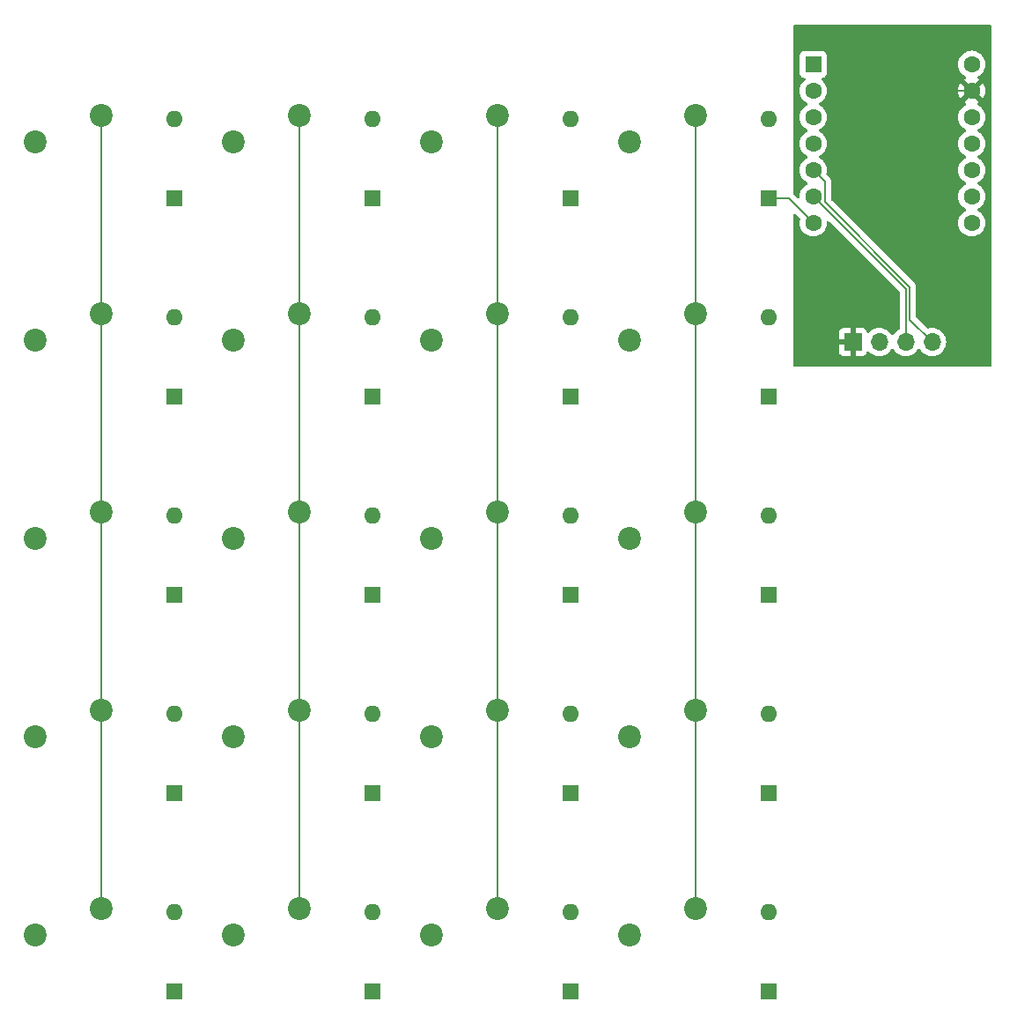
<source format=gbr>
%TF.GenerationSoftware,KiCad,Pcbnew,8.0.5*%
%TF.CreationDate,2024-10-04T21:57:20-05:00*%
%TF.ProjectId,HackPad_Neko,4861636b-5061-4645-9f4e-656b6f2e6b69,rev?*%
%TF.SameCoordinates,Original*%
%TF.FileFunction,Copper,L2,Bot*%
%TF.FilePolarity,Positive*%
%FSLAX46Y46*%
G04 Gerber Fmt 4.6, Leading zero omitted, Abs format (unit mm)*
G04 Created by KiCad (PCBNEW 8.0.5) date 2024-10-04 21:57:20*
%MOMM*%
%LPD*%
G01*
G04 APERTURE LIST*
%TA.AperFunction,ComponentPad*%
%ADD10C,2.200000*%
%TD*%
%TA.AperFunction,ComponentPad*%
%ADD11R,1.700000X1.700000*%
%TD*%
%TA.AperFunction,ComponentPad*%
%ADD12O,1.700000X1.700000*%
%TD*%
%TA.AperFunction,ComponentPad*%
%ADD13R,1.600000X1.600000*%
%TD*%
%TA.AperFunction,ComponentPad*%
%ADD14C,1.600000*%
%TD*%
%TA.AperFunction,ComponentPad*%
%ADD15O,1.600000X1.600000*%
%TD*%
%TA.AperFunction,ViaPad*%
%ADD16C,0.600000*%
%TD*%
%TA.AperFunction,Conductor*%
%ADD17C,0.200000*%
%TD*%
G04 APERTURE END LIST*
D10*
%TO.P,MX15,1,1*%
%TO.N,C2*%
X159702500Y-118745000D03*
%TO.P,MX15,2,2*%
%TO.N,Net-(D15-A)*%
X153352500Y-121285000D03*
%TD*%
%TO.P,MX5,1,1*%
%TO.N,C0*%
X121602500Y-80645000D03*
%TO.P,MX5,2,2*%
%TO.N,Net-(D5-A)*%
X115252500Y-83185000D03*
%TD*%
%TO.P,MX18,1,1*%
%TO.N,C1*%
X140652500Y-137795000D03*
%TO.P,MX18,2,2*%
%TO.N,Net-(D18-A)*%
X134302500Y-140335000D03*
%TD*%
%TO.P,MX20,1,1*%
%TO.N,C3*%
X178752500Y-137795000D03*
%TO.P,MX20,2,2*%
%TO.N,Net-(D20-A)*%
X172402500Y-140335000D03*
%TD*%
%TO.P,MX14,1,1*%
%TO.N,C1*%
X140652500Y-118745000D03*
%TO.P,MX14,2,2*%
%TO.N,Net-(D14-A)*%
X134302500Y-121285000D03*
%TD*%
%TO.P,MX3,1,1*%
%TO.N,C2*%
X159702500Y-61595000D03*
%TO.P,MX3,2,2*%
%TO.N,Net-(D3-A)*%
X153352500Y-64135000D03*
%TD*%
%TO.P,MX2,1,1*%
%TO.N,C1*%
X140652500Y-61595000D03*
%TO.P,MX2,2,2*%
%TO.N,Net-(D2-A)*%
X134302500Y-64135000D03*
%TD*%
%TO.P,MX13,1,1*%
%TO.N,C0*%
X121602500Y-118745000D03*
%TO.P,MX13,2,2*%
%TO.N,Net-(D13-A)*%
X115252500Y-121285000D03*
%TD*%
%TO.P,MX6,1,1*%
%TO.N,C1*%
X140652500Y-80645000D03*
%TO.P,MX6,2,2*%
%TO.N,Net-(D6-A)*%
X134302500Y-83185000D03*
%TD*%
%TO.P,MX4,1,1*%
%TO.N,C3*%
X178752500Y-61595000D03*
%TO.P,MX4,2,2*%
%TO.N,Net-(D4-A)*%
X172402500Y-64135000D03*
%TD*%
%TO.P,MX19,1,1*%
%TO.N,C2*%
X159702500Y-137795000D03*
%TO.P,MX19,2,2*%
%TO.N,Net-(D19-A)*%
X153352500Y-140335000D03*
%TD*%
%TO.P,MX10,1,1*%
%TO.N,C1*%
X140652500Y-99695000D03*
%TO.P,MX10,2,2*%
%TO.N,Net-(D10-A)*%
X134302500Y-102235000D03*
%TD*%
%TO.P,MX12,1,1*%
%TO.N,C3*%
X178752500Y-99695000D03*
%TO.P,MX12,2,2*%
%TO.N,Net-(D12-A)*%
X172402500Y-102235000D03*
%TD*%
%TO.P,MX11,1,1*%
%TO.N,C2*%
X159702500Y-99695000D03*
%TO.P,MX11,2,2*%
%TO.N,Net-(D11-A)*%
X153352500Y-102235000D03*
%TD*%
D11*
%TO.P,J1,1,Pin_1*%
%TO.N,GND*%
X193833750Y-83343750D03*
D12*
%TO.P,J1,2,Pin_2*%
%TO.N,+5V*%
X196373750Y-83343750D03*
%TO.P,J1,3,Pin_3*%
%TO.N,SCL*%
X198913750Y-83343750D03*
%TO.P,J1,4,Pin_4*%
%TO.N,SDA*%
X201453750Y-83343750D03*
%TD*%
D10*
%TO.P,MX16,1,1*%
%TO.N,C3*%
X178752500Y-118745000D03*
%TO.P,MX16,2,2*%
%TO.N,Net-(D16-A)*%
X172402500Y-121285000D03*
%TD*%
%TO.P,MX7,1,1*%
%TO.N,C2*%
X159702500Y-80645000D03*
%TO.P,MX7,2,2*%
%TO.N,Net-(D7-A)*%
X153352500Y-83185000D03*
%TD*%
%TO.P,MX17,1,1*%
%TO.N,C0*%
X121602500Y-137795000D03*
%TO.P,MX17,2,2*%
%TO.N,Net-(D17-A)*%
X115252500Y-140335000D03*
%TD*%
%TO.P,MX8,1,1*%
%TO.N,C3*%
X178752500Y-80645000D03*
%TO.P,MX8,2,2*%
%TO.N,Net-(D8-A)*%
X172402500Y-83185000D03*
%TD*%
D13*
%TO.P,U1,1,PA02_A0_D0*%
%TO.N,C0*%
X190023750Y-56667500D03*
D14*
%TO.P,U1,2,PA4_A1_D1*%
%TO.N,C1*%
X190023750Y-59207500D03*
%TO.P,U1,3,PA10_A2_D2*%
%TO.N,C2*%
X190023750Y-61747500D03*
%TO.P,U1,4,PA11_A3_D3*%
%TO.N,C3*%
X190023750Y-64287500D03*
%TO.P,U1,5,PA8_A4_D4_SDA*%
%TO.N,SDA*%
X190023750Y-66827500D03*
%TO.P,U1,6,PA9_A5_D5_SCL*%
%TO.N,SCL*%
X190023750Y-69367500D03*
%TO.P,U1,7,PB08_A6_D6_TX*%
%TO.N,R0*%
X190023750Y-71907500D03*
%TO.P,U1,8,PB09_A7_D7_RX*%
%TO.N,R1*%
X205263750Y-71907500D03*
%TO.P,U1,9,PA7_A8_D8_SCK*%
%TO.N,R2*%
X205263750Y-69367500D03*
%TO.P,U1,10,PA5_A9_D9_MISO*%
%TO.N,R3*%
X205263750Y-66827500D03*
%TO.P,U1,11,PA6_A10_D10_MOSI*%
%TO.N,R4*%
X205263750Y-64287500D03*
%TO.P,U1,12,3V3*%
%TO.N,unconnected-(U1-3V3-Pad12)*%
X205263750Y-61747500D03*
%TO.P,U1,13,GND*%
%TO.N,GND*%
X205263750Y-59207500D03*
%TO.P,U1,14,5V*%
%TO.N,+5V*%
X205263750Y-56667500D03*
%TD*%
D10*
%TO.P,MX1,1,1*%
%TO.N,C0*%
X121602500Y-61595000D03*
%TO.P,MX1,2,2*%
%TO.N,Net-(D1-A)*%
X115252500Y-64135000D03*
%TD*%
%TO.P,MX9,1,1*%
%TO.N,C0*%
X121602500Y-99695000D03*
%TO.P,MX9,2,2*%
%TO.N,Net-(D9-A)*%
X115252500Y-102235000D03*
%TD*%
D13*
%TO.P,D10,1,K*%
%TO.N,R2*%
X147637500Y-107632500D03*
D15*
%TO.P,D10,2,A*%
%TO.N,Net-(D10-A)*%
X147637500Y-100012500D03*
%TD*%
D13*
%TO.P,D1,1,K*%
%TO.N,R0*%
X128587500Y-69532500D03*
D15*
%TO.P,D1,2,A*%
%TO.N,Net-(D1-A)*%
X128587500Y-61912500D03*
%TD*%
D13*
%TO.P,D19,1,K*%
%TO.N,R4*%
X166687500Y-145732500D03*
D15*
%TO.P,D19,2,A*%
%TO.N,Net-(D19-A)*%
X166687500Y-138112500D03*
%TD*%
D13*
%TO.P,D13,1,K*%
%TO.N,R3*%
X128587500Y-126682500D03*
D15*
%TO.P,D13,2,A*%
%TO.N,Net-(D13-A)*%
X128587500Y-119062500D03*
%TD*%
D13*
%TO.P,D18,1,K*%
%TO.N,R4*%
X147637500Y-145732500D03*
D15*
%TO.P,D18,2,A*%
%TO.N,Net-(D18-A)*%
X147637500Y-138112500D03*
%TD*%
D13*
%TO.P,D2,1,K*%
%TO.N,R0*%
X147637500Y-69532500D03*
D15*
%TO.P,D2,2,A*%
%TO.N,Net-(D2-A)*%
X147637500Y-61912500D03*
%TD*%
D13*
%TO.P,D11,1,K*%
%TO.N,R2*%
X166687500Y-107632500D03*
D15*
%TO.P,D11,2,A*%
%TO.N,Net-(D11-A)*%
X166687500Y-100012500D03*
%TD*%
D13*
%TO.P,D3,1,K*%
%TO.N,R0*%
X166687500Y-69532500D03*
D15*
%TO.P,D3,2,A*%
%TO.N,Net-(D3-A)*%
X166687500Y-61912500D03*
%TD*%
D13*
%TO.P,D17,1,K*%
%TO.N,R4*%
X128587500Y-145732500D03*
D15*
%TO.P,D17,2,A*%
%TO.N,Net-(D17-A)*%
X128587500Y-138112500D03*
%TD*%
D13*
%TO.P,D16,1,K*%
%TO.N,R3*%
X185737500Y-126682500D03*
D15*
%TO.P,D16,2,A*%
%TO.N,Net-(D16-A)*%
X185737500Y-119062500D03*
%TD*%
D13*
%TO.P,D9,1,K*%
%TO.N,R2*%
X128587500Y-107632500D03*
D15*
%TO.P,D9,2,A*%
%TO.N,Net-(D9-A)*%
X128587500Y-100012500D03*
%TD*%
D13*
%TO.P,D12,1,K*%
%TO.N,R2*%
X185737500Y-107632500D03*
D15*
%TO.P,D12,2,A*%
%TO.N,Net-(D12-A)*%
X185737500Y-100012500D03*
%TD*%
D13*
%TO.P,D6,1,K*%
%TO.N,R1*%
X147637500Y-88582500D03*
D15*
%TO.P,D6,2,A*%
%TO.N,Net-(D6-A)*%
X147637500Y-80962500D03*
%TD*%
D13*
%TO.P,D7,1,K*%
%TO.N,R1*%
X166687500Y-88582500D03*
D15*
%TO.P,D7,2,A*%
%TO.N,Net-(D7-A)*%
X166687500Y-80962500D03*
%TD*%
D13*
%TO.P,D14,1,K*%
%TO.N,R3*%
X147637500Y-126682500D03*
D15*
%TO.P,D14,2,A*%
%TO.N,Net-(D14-A)*%
X147637500Y-119062500D03*
%TD*%
D13*
%TO.P,D20,1,K*%
%TO.N,R4*%
X185737500Y-145732500D03*
D15*
%TO.P,D20,2,A*%
%TO.N,Net-(D20-A)*%
X185737500Y-138112500D03*
%TD*%
D13*
%TO.P,D4,1,K*%
%TO.N,R0*%
X185737500Y-69532500D03*
D15*
%TO.P,D4,2,A*%
%TO.N,Net-(D4-A)*%
X185737500Y-61912500D03*
%TD*%
D13*
%TO.P,D8,1,K*%
%TO.N,R1*%
X185737500Y-88582500D03*
D15*
%TO.P,D8,2,A*%
%TO.N,Net-(D8-A)*%
X185737500Y-80962500D03*
%TD*%
D13*
%TO.P,D15,1,K*%
%TO.N,R3*%
X166687500Y-126682500D03*
D15*
%TO.P,D15,2,A*%
%TO.N,Net-(D15-A)*%
X166687500Y-119062500D03*
%TD*%
D13*
%TO.P,D5,1,K*%
%TO.N,R1*%
X128587500Y-88582500D03*
D15*
%TO.P,D5,2,A*%
%TO.N,Net-(D5-A)*%
X128587500Y-80962500D03*
%TD*%
D16*
%TO.N,GND*%
X197502328Y-63580392D03*
%TD*%
D17*
%TO.N,R0*%
X185737500Y-69532500D02*
X187648750Y-69532500D01*
X187648750Y-69532500D02*
X190023750Y-71907500D01*
%TO.N,C0*%
X121602500Y-61595000D02*
X121602500Y-137795000D01*
%TO.N,C1*%
X140652500Y-137795000D02*
X140652500Y-61595000D01*
%TO.N,C2*%
X159702500Y-61595000D02*
X159702500Y-137795000D01*
%TO.N,C3*%
X178752500Y-137795000D02*
X178752500Y-61595000D01*
%TO.N,SCL*%
X198913750Y-78257500D02*
X190023750Y-69367500D01*
X198913750Y-83343750D02*
X198913750Y-78257500D01*
%TO.N,SDA*%
X191123750Y-69901814D02*
X191123750Y-67927500D01*
X201453750Y-83343750D02*
X199313750Y-81203750D01*
X191123750Y-67927500D02*
X190023750Y-66827500D01*
X199313750Y-78091814D02*
X191123750Y-69901814D01*
X199313750Y-81203750D02*
X199313750Y-78091814D01*
%TO.N,GND*%
X202730000Y-59207500D02*
X205263750Y-59207500D01*
X198357108Y-63580392D02*
X202730000Y-59207500D01*
X197502328Y-63580392D02*
X198357108Y-63580392D01*
%TD*%
%TA.AperFunction,Conductor*%
%TO.N,GND*%
G36*
X207111789Y-52907685D02*
G01*
X207157544Y-52960489D01*
X207168750Y-53012000D01*
X207168750Y-85601000D01*
X207149065Y-85668039D01*
X207096261Y-85713794D01*
X207044750Y-85725000D01*
X188242750Y-85725000D01*
X188175711Y-85705315D01*
X188129956Y-85652511D01*
X188118750Y-85601000D01*
X188118750Y-71151097D01*
X188138435Y-71084058D01*
X188191239Y-71038303D01*
X188260397Y-71028359D01*
X188323953Y-71057384D01*
X188330431Y-71063416D01*
X188731808Y-71464793D01*
X188765293Y-71526116D01*
X188763902Y-71584567D01*
X188738116Y-71680802D01*
X188738114Y-71680813D01*
X188718282Y-71907498D01*
X188718282Y-71907501D01*
X188738114Y-72134186D01*
X188738116Y-72134197D01*
X188797008Y-72353988D01*
X188797011Y-72353997D01*
X188893181Y-72560232D01*
X188893182Y-72560234D01*
X189023704Y-72746641D01*
X189184608Y-72907545D01*
X189184611Y-72907547D01*
X189371016Y-73038068D01*
X189577254Y-73134239D01*
X189797058Y-73193135D01*
X189958980Y-73207301D01*
X190023748Y-73212968D01*
X190023750Y-73212968D01*
X190023752Y-73212968D01*
X190080423Y-73208009D01*
X190250442Y-73193135D01*
X190470246Y-73134239D01*
X190676484Y-73038068D01*
X190862889Y-72907547D01*
X191023797Y-72746639D01*
X191154318Y-72560234D01*
X191250489Y-72353996D01*
X191309385Y-72134192D01*
X191329218Y-71907500D01*
X191321969Y-71824649D01*
X191335735Y-71756152D01*
X191384350Y-71705969D01*
X191452378Y-71690035D01*
X191518222Y-71713410D01*
X191533178Y-71726163D01*
X198276931Y-78469916D01*
X198310416Y-78531239D01*
X198313250Y-78557597D01*
X198313250Y-82054658D01*
X198293565Y-82121697D01*
X198241664Y-82167036D01*
X198235923Y-82169713D01*
X198235919Y-82169715D01*
X198042347Y-82305255D01*
X197875255Y-82472347D01*
X197745325Y-82657908D01*
X197690748Y-82701533D01*
X197621250Y-82708727D01*
X197558895Y-82677204D01*
X197542175Y-82657908D01*
X197412244Y-82472347D01*
X197245152Y-82305256D01*
X197245145Y-82305251D01*
X197051584Y-82169717D01*
X197051580Y-82169715D01*
X196948605Y-82121697D01*
X196837413Y-82069847D01*
X196837409Y-82069846D01*
X196837405Y-82069844D01*
X196609163Y-82008688D01*
X196609153Y-82008686D01*
X196373751Y-81988091D01*
X196373749Y-81988091D01*
X196138346Y-82008686D01*
X196138336Y-82008688D01*
X195910094Y-82069844D01*
X195910085Y-82069848D01*
X195695921Y-82169714D01*
X195695919Y-82169715D01*
X195502350Y-82305253D01*
X195380034Y-82427569D01*
X195318711Y-82461053D01*
X195249019Y-82456069D01*
X195193086Y-82414197D01*
X195176171Y-82383220D01*
X195127104Y-82251663D01*
X195127100Y-82251656D01*
X195040940Y-82136562D01*
X195040937Y-82136559D01*
X194925843Y-82050399D01*
X194925836Y-82050395D01*
X194791129Y-82000153D01*
X194791122Y-82000151D01*
X194731594Y-81993750D01*
X194083750Y-81993750D01*
X194083750Y-82910738D01*
X194026743Y-82877825D01*
X193899576Y-82843750D01*
X193767924Y-82843750D01*
X193640757Y-82877825D01*
X193583750Y-82910738D01*
X193583750Y-81993750D01*
X192935905Y-81993750D01*
X192876377Y-82000151D01*
X192876370Y-82000153D01*
X192741663Y-82050395D01*
X192741656Y-82050399D01*
X192626562Y-82136559D01*
X192626559Y-82136562D01*
X192540399Y-82251656D01*
X192540395Y-82251663D01*
X192490153Y-82386370D01*
X192490151Y-82386377D01*
X192483750Y-82445905D01*
X192483750Y-83093750D01*
X193400738Y-83093750D01*
X193367825Y-83150757D01*
X193333750Y-83277924D01*
X193333750Y-83409576D01*
X193367825Y-83536743D01*
X193400738Y-83593750D01*
X192483750Y-83593750D01*
X192483750Y-84241594D01*
X192490151Y-84301122D01*
X192490153Y-84301129D01*
X192540395Y-84435836D01*
X192540399Y-84435843D01*
X192626559Y-84550937D01*
X192626562Y-84550940D01*
X192741656Y-84637100D01*
X192741663Y-84637104D01*
X192876370Y-84687346D01*
X192876377Y-84687348D01*
X192935905Y-84693749D01*
X192935922Y-84693750D01*
X193583750Y-84693750D01*
X193583750Y-83776762D01*
X193640757Y-83809675D01*
X193767924Y-83843750D01*
X193899576Y-83843750D01*
X194026743Y-83809675D01*
X194083750Y-83776762D01*
X194083750Y-84693750D01*
X194731578Y-84693750D01*
X194731594Y-84693749D01*
X194791122Y-84687348D01*
X194791129Y-84687346D01*
X194925836Y-84637104D01*
X194925843Y-84637100D01*
X195040937Y-84550940D01*
X195040940Y-84550937D01*
X195127100Y-84435843D01*
X195127104Y-84435836D01*
X195176172Y-84304279D01*
X195218043Y-84248345D01*
X195283507Y-84223928D01*
X195351780Y-84238780D01*
X195380035Y-84259931D01*
X195502349Y-84382245D01*
X195578885Y-84435836D01*
X195695915Y-84517782D01*
X195695917Y-84517783D01*
X195695920Y-84517785D01*
X195910087Y-84617653D01*
X196138342Y-84678813D01*
X196309069Y-84693750D01*
X196373749Y-84699409D01*
X196373750Y-84699409D01*
X196373751Y-84699409D01*
X196438431Y-84693750D01*
X196609158Y-84678813D01*
X196837413Y-84617653D01*
X197051580Y-84517785D01*
X197245151Y-84382245D01*
X197412245Y-84215151D01*
X197542175Y-84029592D01*
X197596752Y-83985967D01*
X197666250Y-83978773D01*
X197728605Y-84010296D01*
X197745325Y-84029592D01*
X197875250Y-84215145D01*
X197875255Y-84215151D01*
X198042349Y-84382245D01*
X198118885Y-84435836D01*
X198235915Y-84517782D01*
X198235917Y-84517783D01*
X198235920Y-84517785D01*
X198450087Y-84617653D01*
X198678342Y-84678813D01*
X198849069Y-84693750D01*
X198913749Y-84699409D01*
X198913750Y-84699409D01*
X198913751Y-84699409D01*
X198978431Y-84693750D01*
X199149158Y-84678813D01*
X199377413Y-84617653D01*
X199591580Y-84517785D01*
X199785151Y-84382245D01*
X199952245Y-84215151D01*
X200082175Y-84029592D01*
X200136752Y-83985967D01*
X200206250Y-83978773D01*
X200268605Y-84010296D01*
X200285325Y-84029592D01*
X200415250Y-84215145D01*
X200415255Y-84215151D01*
X200582349Y-84382245D01*
X200658885Y-84435836D01*
X200775915Y-84517782D01*
X200775917Y-84517783D01*
X200775920Y-84517785D01*
X200990087Y-84617653D01*
X201218342Y-84678813D01*
X201389069Y-84693750D01*
X201453749Y-84699409D01*
X201453750Y-84699409D01*
X201453751Y-84699409D01*
X201518431Y-84693750D01*
X201689158Y-84678813D01*
X201917413Y-84617653D01*
X202131580Y-84517785D01*
X202325151Y-84382245D01*
X202492245Y-84215151D01*
X202627785Y-84021580D01*
X202727653Y-83807413D01*
X202788813Y-83579158D01*
X202809409Y-83343750D01*
X202788813Y-83108342D01*
X202727653Y-82880087D01*
X202627785Y-82665921D01*
X202622175Y-82657908D01*
X202492244Y-82472347D01*
X202325152Y-82305256D01*
X202325145Y-82305251D01*
X202131584Y-82169717D01*
X202131580Y-82169715D01*
X202028605Y-82121697D01*
X201917413Y-82069847D01*
X201917409Y-82069846D01*
X201917405Y-82069844D01*
X201689163Y-82008688D01*
X201689153Y-82008686D01*
X201453751Y-81988091D01*
X201453749Y-81988091D01*
X201218346Y-82008686D01*
X201218333Y-82008689D01*
X201089991Y-82043077D01*
X201020142Y-82041414D01*
X200970218Y-82010983D01*
X199950569Y-80991334D01*
X199917084Y-80930011D01*
X199914250Y-80903653D01*
X199914250Y-78012759D01*
X199914250Y-78012757D01*
X199873327Y-77860030D01*
X199873327Y-77860029D01*
X199873327Y-77860028D01*
X199844389Y-77809909D01*
X199844387Y-77809906D01*
X199794270Y-77723098D01*
X199682466Y-77611294D01*
X199682465Y-77611293D01*
X199678135Y-77606963D01*
X199678124Y-77606953D01*
X191760569Y-69689398D01*
X191727084Y-69628075D01*
X191724250Y-69601717D01*
X191724250Y-68016559D01*
X191724251Y-68016546D01*
X191724251Y-67848445D01*
X191724251Y-67848443D01*
X191683327Y-67695715D01*
X191630744Y-67604639D01*
X191604270Y-67558784D01*
X191492466Y-67446980D01*
X191492465Y-67446979D01*
X191488135Y-67442649D01*
X191488124Y-67442639D01*
X191315691Y-67270206D01*
X191282206Y-67208883D01*
X191283597Y-67150431D01*
X191309385Y-67054192D01*
X191329218Y-66827500D01*
X191309385Y-66600808D01*
X191250489Y-66381004D01*
X191154318Y-66174766D01*
X191023797Y-65988361D01*
X191023795Y-65988358D01*
X190862891Y-65827454D01*
X190676484Y-65696932D01*
X190676478Y-65696929D01*
X190618475Y-65669882D01*
X190566035Y-65623710D01*
X190546883Y-65556517D01*
X190567098Y-65489635D01*
X190618475Y-65445118D01*
X190676484Y-65418068D01*
X190862889Y-65287547D01*
X191023797Y-65126639D01*
X191154318Y-64940234D01*
X191250489Y-64733996D01*
X191309385Y-64514192D01*
X191329218Y-64287500D01*
X191309385Y-64060808D01*
X191250489Y-63841004D01*
X191154318Y-63634766D01*
X191023797Y-63448361D01*
X191023795Y-63448358D01*
X190862891Y-63287454D01*
X190676484Y-63156932D01*
X190676478Y-63156929D01*
X190618475Y-63129882D01*
X190566035Y-63083710D01*
X190546883Y-63016517D01*
X190567098Y-62949635D01*
X190618475Y-62905118D01*
X190676484Y-62878068D01*
X190862889Y-62747547D01*
X191023797Y-62586639D01*
X191154318Y-62400234D01*
X191250489Y-62193996D01*
X191309385Y-61974192D01*
X191329218Y-61747500D01*
X191309385Y-61520808D01*
X191250489Y-61301004D01*
X191154318Y-61094766D01*
X191023797Y-60908361D01*
X191023795Y-60908358D01*
X190862891Y-60747454D01*
X190676484Y-60616932D01*
X190676478Y-60616929D01*
X190618475Y-60589882D01*
X190566035Y-60543710D01*
X190546883Y-60476517D01*
X190567098Y-60409635D01*
X190618475Y-60365118D01*
X190619069Y-60364841D01*
X190676484Y-60338068D01*
X190862889Y-60207547D01*
X191023797Y-60046639D01*
X191154318Y-59860234D01*
X191250489Y-59653996D01*
X191309385Y-59434192D01*
X191329218Y-59207500D01*
X191309385Y-58980808D01*
X191250489Y-58761004D01*
X191154318Y-58554766D01*
X191023797Y-58368361D01*
X191023795Y-58368358D01*
X190862893Y-58207456D01*
X190838286Y-58190226D01*
X190794662Y-58135649D01*
X190787469Y-58066150D01*
X190818991Y-58003796D01*
X190879221Y-57968382D01*
X190896154Y-57965361D01*
X190931233Y-57961591D01*
X191066081Y-57911296D01*
X191181296Y-57825046D01*
X191267546Y-57709831D01*
X191317841Y-57574983D01*
X191324250Y-57515373D01*
X191324249Y-56667498D01*
X203958282Y-56667498D01*
X203958282Y-56667501D01*
X203978114Y-56894186D01*
X203978116Y-56894197D01*
X204037008Y-57113988D01*
X204037011Y-57113997D01*
X204133181Y-57320232D01*
X204133182Y-57320234D01*
X204263704Y-57506641D01*
X204424608Y-57667545D01*
X204424611Y-57667547D01*
X204611016Y-57798068D01*
X204669615Y-57825393D01*
X204722055Y-57871565D01*
X204741207Y-57938758D01*
X204720992Y-58005639D01*
X204669617Y-58050157D01*
X204611263Y-58077368D01*
X204611262Y-58077368D01*
X204538276Y-58128473D01*
X204538276Y-58128474D01*
X205134340Y-58724537D01*
X205070757Y-58741575D01*
X204956743Y-58807401D01*
X204863651Y-58900493D01*
X204797825Y-59014507D01*
X204780787Y-59078089D01*
X204184724Y-58482026D01*
X204184723Y-58482026D01*
X204133618Y-58555012D01*
X204133616Y-58555016D01*
X204037484Y-58761173D01*
X204037480Y-58761182D01*
X203978610Y-58980889D01*
X203978608Y-58980900D01*
X203958784Y-59207497D01*
X203958784Y-59207502D01*
X203978608Y-59434099D01*
X203978610Y-59434110D01*
X204037480Y-59653817D01*
X204037485Y-59653831D01*
X204133613Y-59859978D01*
X204184724Y-59932972D01*
X204780787Y-59336909D01*
X204797825Y-59400493D01*
X204863651Y-59514507D01*
X204956743Y-59607599D01*
X205070757Y-59673425D01*
X205134340Y-59690462D01*
X204538276Y-60286525D01*
X204611263Y-60337632D01*
X204611271Y-60337636D01*
X204669614Y-60364842D01*
X204722054Y-60411014D01*
X204741206Y-60478207D01*
X204720991Y-60545089D01*
X204669616Y-60589605D01*
X204611022Y-60616928D01*
X204611015Y-60616932D01*
X204424608Y-60747454D01*
X204263704Y-60908358D01*
X204133182Y-61094765D01*
X204133181Y-61094767D01*
X204037011Y-61301002D01*
X204037008Y-61301011D01*
X203978116Y-61520802D01*
X203978114Y-61520813D01*
X203958282Y-61747498D01*
X203958282Y-61747501D01*
X203978114Y-61974186D01*
X203978116Y-61974197D01*
X204037008Y-62193988D01*
X204037011Y-62193997D01*
X204133181Y-62400232D01*
X204133182Y-62400234D01*
X204263704Y-62586641D01*
X204424608Y-62747545D01*
X204424611Y-62747547D01*
X204611016Y-62878068D01*
X204669025Y-62905118D01*
X204721464Y-62951291D01*
X204740616Y-63018484D01*
X204720400Y-63085365D01*
X204669025Y-63129882D01*
X204611017Y-63156931D01*
X204611015Y-63156932D01*
X204424608Y-63287454D01*
X204263704Y-63448358D01*
X204133182Y-63634765D01*
X204133181Y-63634767D01*
X204037011Y-63841002D01*
X204037008Y-63841011D01*
X203978116Y-64060802D01*
X203978114Y-64060813D01*
X203958282Y-64287498D01*
X203958282Y-64287501D01*
X203978114Y-64514186D01*
X203978116Y-64514197D01*
X204037008Y-64733988D01*
X204037011Y-64733997D01*
X204133181Y-64940232D01*
X204133182Y-64940234D01*
X204263704Y-65126641D01*
X204424608Y-65287545D01*
X204424611Y-65287547D01*
X204611016Y-65418068D01*
X204669025Y-65445118D01*
X204721464Y-65491291D01*
X204740616Y-65558484D01*
X204720400Y-65625365D01*
X204669025Y-65669882D01*
X204611017Y-65696931D01*
X204611015Y-65696932D01*
X204424608Y-65827454D01*
X204263704Y-65988358D01*
X204133182Y-66174765D01*
X204133181Y-66174767D01*
X204037011Y-66381002D01*
X204037008Y-66381011D01*
X203978116Y-66600802D01*
X203978114Y-66600813D01*
X203958282Y-66827498D01*
X203958282Y-66827501D01*
X203978114Y-67054186D01*
X203978116Y-67054197D01*
X204037008Y-67273988D01*
X204037011Y-67273997D01*
X204133181Y-67480232D01*
X204133182Y-67480234D01*
X204263704Y-67666641D01*
X204424608Y-67827545D01*
X204424611Y-67827547D01*
X204611016Y-67958068D01*
X204669025Y-67985118D01*
X204721464Y-68031291D01*
X204740616Y-68098484D01*
X204720400Y-68165365D01*
X204669025Y-68209882D01*
X204611017Y-68236931D01*
X204611015Y-68236932D01*
X204424608Y-68367454D01*
X204263704Y-68528358D01*
X204133182Y-68714765D01*
X204133181Y-68714767D01*
X204037011Y-68921002D01*
X204037008Y-68921011D01*
X203978116Y-69140802D01*
X203978114Y-69140813D01*
X203958282Y-69367498D01*
X203958282Y-69367501D01*
X203978114Y-69594186D01*
X203978116Y-69594197D01*
X204037008Y-69813988D01*
X204037011Y-69813997D01*
X204133181Y-70020232D01*
X204133182Y-70020234D01*
X204263704Y-70206641D01*
X204424608Y-70367545D01*
X204424611Y-70367547D01*
X204611016Y-70498068D01*
X204669025Y-70525118D01*
X204721464Y-70571291D01*
X204740616Y-70638484D01*
X204720400Y-70705365D01*
X204669025Y-70749882D01*
X204611017Y-70776931D01*
X204611015Y-70776932D01*
X204424608Y-70907454D01*
X204263704Y-71068358D01*
X204133182Y-71254765D01*
X204133181Y-71254767D01*
X204037011Y-71461002D01*
X204037008Y-71461011D01*
X203978116Y-71680802D01*
X203978114Y-71680813D01*
X203958282Y-71907498D01*
X203958282Y-71907501D01*
X203978114Y-72134186D01*
X203978116Y-72134197D01*
X204037008Y-72353988D01*
X204037011Y-72353997D01*
X204133181Y-72560232D01*
X204133182Y-72560234D01*
X204263704Y-72746641D01*
X204424608Y-72907545D01*
X204424611Y-72907547D01*
X204611016Y-73038068D01*
X204817254Y-73134239D01*
X205037058Y-73193135D01*
X205198980Y-73207301D01*
X205263748Y-73212968D01*
X205263750Y-73212968D01*
X205263752Y-73212968D01*
X205320423Y-73208009D01*
X205490442Y-73193135D01*
X205710246Y-73134239D01*
X205916484Y-73038068D01*
X206102889Y-72907547D01*
X206263797Y-72746639D01*
X206394318Y-72560234D01*
X206490489Y-72353996D01*
X206549385Y-72134192D01*
X206569218Y-71907500D01*
X206549385Y-71680808D01*
X206490489Y-71461004D01*
X206394318Y-71254766D01*
X206263797Y-71068361D01*
X206263795Y-71068358D01*
X206102891Y-70907454D01*
X205916484Y-70776932D01*
X205916478Y-70776929D01*
X205858475Y-70749882D01*
X205806035Y-70703710D01*
X205786883Y-70636517D01*
X205807098Y-70569635D01*
X205858475Y-70525118D01*
X205916484Y-70498068D01*
X206102889Y-70367547D01*
X206263797Y-70206639D01*
X206394318Y-70020234D01*
X206490489Y-69813996D01*
X206549385Y-69594192D01*
X206569218Y-69367500D01*
X206549385Y-69140808D01*
X206490489Y-68921004D01*
X206394318Y-68714766D01*
X206263797Y-68528361D01*
X206263795Y-68528358D01*
X206102891Y-68367454D01*
X205916484Y-68236932D01*
X205916478Y-68236929D01*
X205858475Y-68209882D01*
X205806035Y-68163710D01*
X205786883Y-68096517D01*
X205807098Y-68029635D01*
X205858475Y-67985118D01*
X205916484Y-67958068D01*
X206102889Y-67827547D01*
X206263797Y-67666639D01*
X206394318Y-67480234D01*
X206490489Y-67273996D01*
X206549385Y-67054192D01*
X206569218Y-66827500D01*
X206549385Y-66600808D01*
X206490489Y-66381004D01*
X206394318Y-66174766D01*
X206263797Y-65988361D01*
X206263795Y-65988358D01*
X206102891Y-65827454D01*
X205916484Y-65696932D01*
X205916478Y-65696929D01*
X205858475Y-65669882D01*
X205806035Y-65623710D01*
X205786883Y-65556517D01*
X205807098Y-65489635D01*
X205858475Y-65445118D01*
X205916484Y-65418068D01*
X206102889Y-65287547D01*
X206263797Y-65126639D01*
X206394318Y-64940234D01*
X206490489Y-64733996D01*
X206549385Y-64514192D01*
X206569218Y-64287500D01*
X206549385Y-64060808D01*
X206490489Y-63841004D01*
X206394318Y-63634766D01*
X206263797Y-63448361D01*
X206263795Y-63448358D01*
X206102891Y-63287454D01*
X205916484Y-63156932D01*
X205916478Y-63156929D01*
X205858475Y-63129882D01*
X205806035Y-63083710D01*
X205786883Y-63016517D01*
X205807098Y-62949635D01*
X205858475Y-62905118D01*
X205916484Y-62878068D01*
X206102889Y-62747547D01*
X206263797Y-62586639D01*
X206394318Y-62400234D01*
X206490489Y-62193996D01*
X206549385Y-61974192D01*
X206569218Y-61747500D01*
X206549385Y-61520808D01*
X206490489Y-61301004D01*
X206394318Y-61094766D01*
X206263797Y-60908361D01*
X206263795Y-60908358D01*
X206102891Y-60747454D01*
X205916485Y-60616933D01*
X205916486Y-60616933D01*
X205916484Y-60616932D01*
X205857882Y-60589605D01*
X205805444Y-60543433D01*
X205786293Y-60476239D01*
X205806509Y-60409358D01*
X205857885Y-60364841D01*
X205916232Y-60337633D01*
X205989221Y-60286524D01*
X205393159Y-59690462D01*
X205456743Y-59673425D01*
X205570757Y-59607599D01*
X205663849Y-59514507D01*
X205729675Y-59400493D01*
X205746712Y-59336909D01*
X206342774Y-59932971D01*
X206393886Y-59859978D01*
X206490014Y-59653831D01*
X206490019Y-59653817D01*
X206548889Y-59434110D01*
X206548891Y-59434099D01*
X206568716Y-59207502D01*
X206568716Y-59207497D01*
X206548891Y-58980900D01*
X206548889Y-58980889D01*
X206490019Y-58761182D01*
X206490014Y-58761168D01*
X206393886Y-58555021D01*
X206393882Y-58555013D01*
X206342775Y-58482026D01*
X205746712Y-59078089D01*
X205729675Y-59014507D01*
X205663849Y-58900493D01*
X205570757Y-58807401D01*
X205456743Y-58741575D01*
X205393160Y-58724537D01*
X205989222Y-58128474D01*
X205916230Y-58077364D01*
X205857884Y-58050157D01*
X205805445Y-58003984D01*
X205786293Y-57936791D01*
X205806509Y-57869910D01*
X205857884Y-57825393D01*
X205916484Y-57798068D01*
X206102889Y-57667547D01*
X206263797Y-57506639D01*
X206394318Y-57320234D01*
X206490489Y-57113996D01*
X206549385Y-56894192D01*
X206569218Y-56667500D01*
X206549385Y-56440808D01*
X206490489Y-56221004D01*
X206394318Y-56014766D01*
X206263797Y-55828361D01*
X206263795Y-55828358D01*
X206102891Y-55667454D01*
X205916484Y-55536932D01*
X205916482Y-55536931D01*
X205710247Y-55440761D01*
X205710238Y-55440758D01*
X205490447Y-55381866D01*
X205490443Y-55381865D01*
X205490442Y-55381865D01*
X205490441Y-55381864D01*
X205490436Y-55381864D01*
X205263752Y-55362032D01*
X205263748Y-55362032D01*
X205037063Y-55381864D01*
X205037052Y-55381866D01*
X204817261Y-55440758D01*
X204817252Y-55440761D01*
X204611017Y-55536931D01*
X204611015Y-55536932D01*
X204424608Y-55667454D01*
X204263704Y-55828358D01*
X204133182Y-56014765D01*
X204133181Y-56014767D01*
X204037011Y-56221002D01*
X204037008Y-56221011D01*
X203978116Y-56440802D01*
X203978114Y-56440813D01*
X203958282Y-56667498D01*
X191324249Y-56667498D01*
X191324249Y-55819628D01*
X191317841Y-55760017D01*
X191283317Y-55667454D01*
X191267547Y-55625171D01*
X191267543Y-55625164D01*
X191181297Y-55509955D01*
X191181294Y-55509952D01*
X191066085Y-55423706D01*
X191066078Y-55423702D01*
X190931232Y-55373408D01*
X190931233Y-55373408D01*
X190871633Y-55367001D01*
X190871631Y-55367000D01*
X190871623Y-55367000D01*
X190871614Y-55367000D01*
X189175879Y-55367000D01*
X189175873Y-55367001D01*
X189116266Y-55373408D01*
X188981421Y-55423702D01*
X188981414Y-55423706D01*
X188866205Y-55509952D01*
X188866202Y-55509955D01*
X188779956Y-55625164D01*
X188779952Y-55625171D01*
X188729658Y-55760017D01*
X188723251Y-55819616D01*
X188723251Y-55819623D01*
X188723250Y-55819635D01*
X188723250Y-57515370D01*
X188723251Y-57515376D01*
X188729658Y-57574983D01*
X188779952Y-57709828D01*
X188779956Y-57709835D01*
X188866202Y-57825044D01*
X188866205Y-57825047D01*
X188981414Y-57911293D01*
X188981421Y-57911297D01*
X189026368Y-57928061D01*
X189116267Y-57961591D01*
X189151346Y-57965362D01*
X189215894Y-57992099D01*
X189255743Y-58049491D01*
X189258238Y-58119316D01*
X189222586Y-58179405D01*
X189209214Y-58190225D01*
X189184608Y-58207454D01*
X189023704Y-58368358D01*
X188893182Y-58554765D01*
X188893181Y-58554767D01*
X188797011Y-58761002D01*
X188797008Y-58761011D01*
X188738116Y-58980802D01*
X188738114Y-58980813D01*
X188718282Y-59207498D01*
X188718282Y-59207501D01*
X188738114Y-59434186D01*
X188738116Y-59434197D01*
X188797008Y-59653988D01*
X188797011Y-59653997D01*
X188893181Y-59860232D01*
X188893182Y-59860234D01*
X189023704Y-60046641D01*
X189184608Y-60207545D01*
X189184611Y-60207547D01*
X189371016Y-60338068D01*
X189428431Y-60364841D01*
X189429025Y-60365118D01*
X189481464Y-60411291D01*
X189500616Y-60478484D01*
X189480400Y-60545365D01*
X189429025Y-60589882D01*
X189371017Y-60616931D01*
X189371015Y-60616932D01*
X189184608Y-60747454D01*
X189023704Y-60908358D01*
X188893182Y-61094765D01*
X188893181Y-61094767D01*
X188797011Y-61301002D01*
X188797008Y-61301011D01*
X188738116Y-61520802D01*
X188738114Y-61520813D01*
X188718282Y-61747498D01*
X188718282Y-61747501D01*
X188738114Y-61974186D01*
X188738116Y-61974197D01*
X188797008Y-62193988D01*
X188797011Y-62193997D01*
X188893181Y-62400232D01*
X188893182Y-62400234D01*
X189023704Y-62586641D01*
X189184608Y-62747545D01*
X189184611Y-62747547D01*
X189371016Y-62878068D01*
X189429025Y-62905118D01*
X189481464Y-62951291D01*
X189500616Y-63018484D01*
X189480400Y-63085365D01*
X189429025Y-63129882D01*
X189371017Y-63156931D01*
X189371015Y-63156932D01*
X189184608Y-63287454D01*
X189023704Y-63448358D01*
X188893182Y-63634765D01*
X188893181Y-63634767D01*
X188797011Y-63841002D01*
X188797008Y-63841011D01*
X188738116Y-64060802D01*
X188738114Y-64060813D01*
X188718282Y-64287498D01*
X188718282Y-64287501D01*
X188738114Y-64514186D01*
X188738116Y-64514197D01*
X188797008Y-64733988D01*
X188797011Y-64733997D01*
X188893181Y-64940232D01*
X188893182Y-64940234D01*
X189023704Y-65126641D01*
X189184608Y-65287545D01*
X189184611Y-65287547D01*
X189371016Y-65418068D01*
X189429025Y-65445118D01*
X189481464Y-65491291D01*
X189500616Y-65558484D01*
X189480400Y-65625365D01*
X189429025Y-65669882D01*
X189371017Y-65696931D01*
X189371015Y-65696932D01*
X189184608Y-65827454D01*
X189023704Y-65988358D01*
X188893182Y-66174765D01*
X188893181Y-66174767D01*
X188797011Y-66381002D01*
X188797008Y-66381011D01*
X188738116Y-66600802D01*
X188738114Y-66600813D01*
X188718282Y-66827498D01*
X188718282Y-66827501D01*
X188738114Y-67054186D01*
X188738116Y-67054197D01*
X188797008Y-67273988D01*
X188797011Y-67273997D01*
X188893181Y-67480232D01*
X188893182Y-67480234D01*
X189023704Y-67666641D01*
X189184608Y-67827545D01*
X189184611Y-67827547D01*
X189371016Y-67958068D01*
X189429025Y-67985118D01*
X189481464Y-68031291D01*
X189500616Y-68098484D01*
X189480400Y-68165365D01*
X189429025Y-68209882D01*
X189371017Y-68236931D01*
X189371015Y-68236932D01*
X189184608Y-68367454D01*
X189023704Y-68528358D01*
X188893182Y-68714765D01*
X188893181Y-68714767D01*
X188797011Y-68921002D01*
X188797008Y-68921011D01*
X188738116Y-69140802D01*
X188738114Y-69140813D01*
X188718282Y-69367498D01*
X188718282Y-69367502D01*
X188725530Y-69450348D01*
X188711763Y-69518848D01*
X188663148Y-69569031D01*
X188595119Y-69584964D01*
X188529276Y-69561589D01*
X188514321Y-69548836D01*
X188155069Y-69189584D01*
X188121584Y-69128261D01*
X188118750Y-69101903D01*
X188118750Y-53012000D01*
X188138435Y-52944961D01*
X188191239Y-52899206D01*
X188242750Y-52888000D01*
X207044750Y-52888000D01*
X207111789Y-52907685D01*
G37*
%TD.AperFunction*%
%TD*%
M02*

</source>
